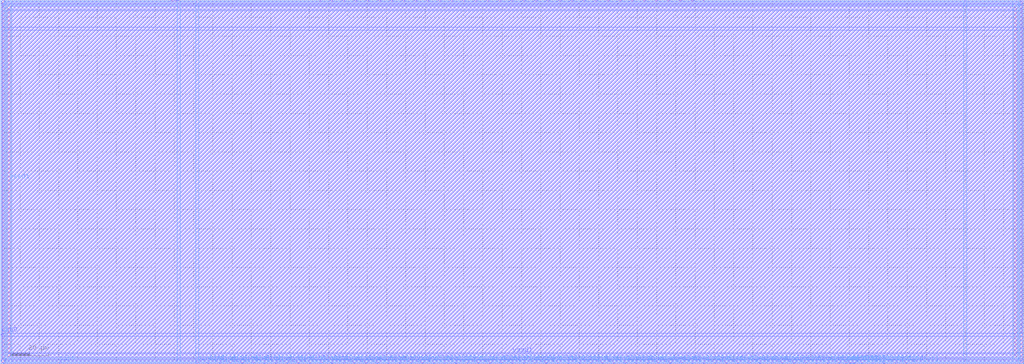
<source format=lef>
VERSION 5.4 ;
NAMESCASESENSITIVE ON ;
BUSBITCHARS "[]" ;
DIVIDERCHAR "/" ;
UNITS
  DATABASE MICRONS 1000 ;
END UNITS
MACRO icache_data_ram
   CLASS BLOCK ;
   SIZE 530.42 BY 188.98 ;
   SYMMETRY X Y R90 ;
   PIN din0[0]
      DIRECTION INPUT ;
      PORT
         LAYER met4 ;
         RECT  101.62 0.0 102.0 0.38 ;
      END
   END din0[0]
   PIN din0[1]
      DIRECTION INPUT ;
      PORT
         LAYER met4 ;
         RECT  107.46 0.0 107.84 0.38 ;
      END
   END din0[1]
   PIN din0[2]
      DIRECTION INPUT ;
      PORT
         LAYER met4 ;
         RECT  113.3 0.0 113.68 0.38 ;
      END
   END din0[2]
   PIN din0[3]
      DIRECTION INPUT ;
      PORT
         LAYER met4 ;
         RECT  119.14 0.0 119.52 0.38 ;
      END
   END din0[3]
   PIN din0[4]
      DIRECTION INPUT ;
      PORT
         LAYER met4 ;
         RECT  124.98 0.0 125.36 0.38 ;
      END
   END din0[4]
   PIN din0[5]
      DIRECTION INPUT ;
      PORT
         LAYER met4 ;
         RECT  130.82 0.0 131.2 0.38 ;
      END
   END din0[5]
   PIN din0[6]
      DIRECTION INPUT ;
      PORT
         LAYER met4 ;
         RECT  136.66 0.0 137.04 0.38 ;
      END
   END din0[6]
   PIN din0[7]
      DIRECTION INPUT ;
      PORT
         LAYER met4 ;
         RECT  142.5 0.0 142.88 0.38 ;
      END
   END din0[7]
   PIN din0[8]
      DIRECTION INPUT ;
      PORT
         LAYER met4 ;
         RECT  148.34 0.0 148.72 0.38 ;
      END
   END din0[8]
   PIN din0[9]
      DIRECTION INPUT ;
      PORT
         LAYER met4 ;
         RECT  154.18 0.0 154.56 0.38 ;
      END
   END din0[9]
   PIN din0[10]
      DIRECTION INPUT ;
      PORT
         LAYER met4 ;
         RECT  160.02 0.0 160.4 0.38 ;
      END
   END din0[10]
   PIN din0[11]
      DIRECTION INPUT ;
      PORT
         LAYER met4 ;
         RECT  165.86 0.0 166.24 0.38 ;
      END
   END din0[11]
   PIN din0[12]
      DIRECTION INPUT ;
      PORT
         LAYER met4 ;
         RECT  171.7 0.0 172.08 0.38 ;
      END
   END din0[12]
   PIN din0[13]
      DIRECTION INPUT ;
      PORT
         LAYER met4 ;
         RECT  177.54 0.0 177.92 0.38 ;
      END
   END din0[13]
   PIN din0[14]
      DIRECTION INPUT ;
      PORT
         LAYER met4 ;
         RECT  183.38 0.0 183.76 0.38 ;
      END
   END din0[14]
   PIN din0[15]
      DIRECTION INPUT ;
      PORT
         LAYER met4 ;
         RECT  189.22 0.0 189.6 0.38 ;
      END
   END din0[15]
   PIN din0[16]
      DIRECTION INPUT ;
      PORT
         LAYER met4 ;
         RECT  195.06 0.0 195.44 0.38 ;
      END
   END din0[16]
   PIN din0[17]
      DIRECTION INPUT ;
      PORT
         LAYER met4 ;
         RECT  200.9 0.0 201.28 0.38 ;
      END
   END din0[17]
   PIN din0[18]
      DIRECTION INPUT ;
      PORT
         LAYER met4 ;
         RECT  206.74 0.0 207.12 0.38 ;
      END
   END din0[18]
   PIN din0[19]
      DIRECTION INPUT ;
      PORT
         LAYER met4 ;
         RECT  212.58 0.0 212.96 0.38 ;
      END
   END din0[19]
   PIN din0[20]
      DIRECTION INPUT ;
      PORT
         LAYER met4 ;
         RECT  218.42 0.0 218.8 0.38 ;
      END
   END din0[20]
   PIN din0[21]
      DIRECTION INPUT ;
      PORT
         LAYER met4 ;
         RECT  224.26 0.0 224.64 0.38 ;
      END
   END din0[21]
   PIN din0[22]
      DIRECTION INPUT ;
      PORT
         LAYER met4 ;
         RECT  230.1 0.0 230.48 0.38 ;
      END
   END din0[22]
   PIN din0[23]
      DIRECTION INPUT ;
      PORT
         LAYER met4 ;
         RECT  235.94 0.0 236.32 0.38 ;
      END
   END din0[23]
   PIN din0[24]
      DIRECTION INPUT ;
      PORT
         LAYER met4 ;
         RECT  241.78 0.0 242.16 0.38 ;
      END
   END din0[24]
   PIN din0[25]
      DIRECTION INPUT ;
      PORT
         LAYER met4 ;
         RECT  247.62 0.0 248.0 0.38 ;
      END
   END din0[25]
   PIN din0[26]
      DIRECTION INPUT ;
      PORT
         LAYER met4 ;
         RECT  253.46 0.0 253.84 0.38 ;
      END
   END din0[26]
   PIN din0[27]
      DIRECTION INPUT ;
      PORT
         LAYER met4 ;
         RECT  259.3 0.0 259.68 0.38 ;
      END
   END din0[27]
   PIN din0[28]
      DIRECTION INPUT ;
      PORT
         LAYER met4 ;
         RECT  265.14 0.0 265.52 0.38 ;
      END
   END din0[28]
   PIN din0[29]
      DIRECTION INPUT ;
      PORT
         LAYER met4 ;
         RECT  270.98 0.0 271.36 0.38 ;
      END
   END din0[29]
   PIN din0[30]
      DIRECTION INPUT ;
      PORT
         LAYER met4 ;
         RECT  276.82 0.0 277.2 0.38 ;
      END
   END din0[30]
   PIN din0[31]
      DIRECTION INPUT ;
      PORT
         LAYER met4 ;
         RECT  282.66 0.0 283.04 0.38 ;
      END
   END din0[31]
   PIN din0[32]
      DIRECTION INPUT ;
      PORT
         LAYER met4 ;
         RECT  288.5 0.0 288.88 0.38 ;
      END
   END din0[32]
   PIN din0[33]
      DIRECTION INPUT ;
      PORT
         LAYER met4 ;
         RECT  294.34 0.0 294.72 0.38 ;
      END
   END din0[33]
   PIN din0[34]
      DIRECTION INPUT ;
      PORT
         LAYER met4 ;
         RECT  300.18 0.0 300.56 0.38 ;
      END
   END din0[34]
   PIN din0[35]
      DIRECTION INPUT ;
      PORT
         LAYER met4 ;
         RECT  306.02 0.0 306.4 0.38 ;
      END
   END din0[35]
   PIN din0[36]
      DIRECTION INPUT ;
      PORT
         LAYER met4 ;
         RECT  311.86 0.0 312.24 0.38 ;
      END
   END din0[36]
   PIN din0[37]
      DIRECTION INPUT ;
      PORT
         LAYER met4 ;
         RECT  317.7 0.0 318.08 0.38 ;
      END
   END din0[37]
   PIN din0[38]
      DIRECTION INPUT ;
      PORT
         LAYER met4 ;
         RECT  323.54 0.0 323.92 0.38 ;
      END
   END din0[38]
   PIN din0[39]
      DIRECTION INPUT ;
      PORT
         LAYER met4 ;
         RECT  329.38 0.0 329.76 0.38 ;
      END
   END din0[39]
   PIN din0[40]
      DIRECTION INPUT ;
      PORT
         LAYER met4 ;
         RECT  335.22 0.0 335.6 0.38 ;
      END
   END din0[40]
   PIN din0[41]
      DIRECTION INPUT ;
      PORT
         LAYER met4 ;
         RECT  341.06 0.0 341.44 0.38 ;
      END
   END din0[41]
   PIN din0[42]
      DIRECTION INPUT ;
      PORT
         LAYER met4 ;
         RECT  346.9 0.0 347.28 0.38 ;
      END
   END din0[42]
   PIN din0[43]
      DIRECTION INPUT ;
      PORT
         LAYER met4 ;
         RECT  352.74 0.0 353.12 0.38 ;
      END
   END din0[43]
   PIN din0[44]
      DIRECTION INPUT ;
      PORT
         LAYER met4 ;
         RECT  358.58 0.0 358.96 0.38 ;
      END
   END din0[44]
   PIN din0[45]
      DIRECTION INPUT ;
      PORT
         LAYER met4 ;
         RECT  364.42 0.0 364.8 0.38 ;
      END
   END din0[45]
   PIN din0[46]
      DIRECTION INPUT ;
      PORT
         LAYER met4 ;
         RECT  370.26 0.0 370.64 0.38 ;
      END
   END din0[46]
   PIN din0[47]
      DIRECTION INPUT ;
      PORT
         LAYER met4 ;
         RECT  376.1 0.0 376.48 0.38 ;
      END
   END din0[47]
   PIN din0[48]
      DIRECTION INPUT ;
      PORT
         LAYER met4 ;
         RECT  381.94 0.0 382.32 0.38 ;
      END
   END din0[48]
   PIN din0[49]
      DIRECTION INPUT ;
      PORT
         LAYER met4 ;
         RECT  387.78 0.0 388.16 0.38 ;
      END
   END din0[49]
   PIN din0[50]
      DIRECTION INPUT ;
      PORT
         LAYER met4 ;
         RECT  393.62 0.0 394.0 0.38 ;
      END
   END din0[50]
   PIN din0[51]
      DIRECTION INPUT ;
      PORT
         LAYER met4 ;
         RECT  399.46 0.0 399.84 0.38 ;
      END
   END din0[51]
   PIN din0[52]
      DIRECTION INPUT ;
      PORT
         LAYER met4 ;
         RECT  405.3 0.0 405.68 0.38 ;
      END
   END din0[52]
   PIN din0[53]
      DIRECTION INPUT ;
      PORT
         LAYER met4 ;
         RECT  411.14 0.0 411.52 0.38 ;
      END
   END din0[53]
   PIN din0[54]
      DIRECTION INPUT ;
      PORT
         LAYER met4 ;
         RECT  416.98 0.0 417.36 0.38 ;
      END
   END din0[54]
   PIN din0[55]
      DIRECTION INPUT ;
      PORT
         LAYER met4 ;
         RECT  422.82 0.0 423.2 0.38 ;
      END
   END din0[55]
   PIN din0[56]
      DIRECTION INPUT ;
      PORT
         LAYER met4 ;
         RECT  428.66 0.0 429.04 0.38 ;
      END
   END din0[56]
   PIN din0[57]
      DIRECTION INPUT ;
      PORT
         LAYER met4 ;
         RECT  434.5 0.0 434.88 0.38 ;
      END
   END din0[57]
   PIN din0[58]
      DIRECTION INPUT ;
      PORT
         LAYER met4 ;
         RECT  440.34 0.0 440.72 0.38 ;
      END
   END din0[58]
   PIN din0[59]
      DIRECTION INPUT ;
      PORT
         LAYER met4 ;
         RECT  446.18 0.0 446.56 0.38 ;
      END
   END din0[59]
   PIN din0[60]
      DIRECTION INPUT ;
      PORT
         LAYER met4 ;
         RECT  452.02 0.0 452.4 0.38 ;
      END
   END din0[60]
   PIN din0[61]
      DIRECTION INPUT ;
      PORT
         LAYER met4 ;
         RECT  457.86 0.0 458.24 0.38 ;
      END
   END din0[61]
   PIN din0[62]
      DIRECTION INPUT ;
      PORT
         LAYER met4 ;
         RECT  463.7 0.0 464.08 0.38 ;
      END
   END din0[62]
   PIN din0[63]
      DIRECTION INPUT ;
      PORT
         LAYER met4 ;
         RECT  469.54 0.0 469.92 0.38 ;
      END
   END din0[63]
   PIN addr0[0]
      DIRECTION INPUT ;
      PORT
         LAYER met4 ;
         RECT  92.065 188.6 92.445 188.98 ;
      END
   END addr0[0]
   PIN addr0[1]
      DIRECTION INPUT ;
      PORT
         LAYER met4 ;
         RECT  88.4 188.6 88.78 188.98 ;
      END
   END addr0[1]
   PIN addr0[2]
      DIRECTION INPUT ;
      PORT
         LAYER met4 ;
         RECT  91.375 188.6 91.755 188.98 ;
      END
   END addr0[2]
   PIN addr0[3]
      DIRECTION INPUT ;
      PORT
         LAYER met4 ;
         RECT  90.685 188.6 91.065 188.98 ;
      END
   END addr0[3]
   PIN addr0[4]
      DIRECTION INPUT ;
      PORT
         LAYER met4 ;
         RECT  89.94 188.6 90.32 188.98 ;
      END
   END addr0[4]
   PIN addr1[0]
      DIRECTION INPUT ;
      PORT
         LAYER met4 ;
         RECT  437.845 0.0 438.225 0.38 ;
      END
   END addr1[0]
   PIN addr1[1]
      DIRECTION INPUT ;
      PORT
         LAYER met4 ;
         RECT  442.33 0.0 442.71 0.38 ;
      END
   END addr1[1]
   PIN addr1[2]
      DIRECTION INPUT ;
      PORT
         LAYER met4 ;
         RECT  438.535 0.0 438.915 0.38 ;
      END
   END addr1[2]
   PIN addr1[3]
      DIRECTION INPUT ;
      PORT
         LAYER met4 ;
         RECT  441.64 0.0 442.02 0.38 ;
      END
   END addr1[3]
   PIN addr1[4]
      DIRECTION INPUT ;
      PORT
         LAYER met4 ;
         RECT  440.26 0.0 440.64 0.38 ;
      END
   END addr1[4]
   PIN csb0
      DIRECTION INPUT ;
      PORT
         LAYER met3 ;
         RECT  0.0 14.87 0.38 15.25 ;
      END
   END csb0
   PIN csb1
      DIRECTION INPUT ;
      PORT
         LAYER met3 ;
         RECT  530.04 173.73 530.42 174.11 ;
      END
   END csb1
   PIN clk0
      DIRECTION INPUT ;
      PORT
         LAYER met4 ;
         RECT  30.26 0.0 30.64 0.38 ;
      END
   END clk0
   PIN clk1
      DIRECTION INPUT ;
      PORT
         LAYER met4 ;
         RECT  499.78 188.6 500.16 188.98 ;
      END
   END clk1
   PIN dout1[0]
      DIRECTION OUTPUT ;
      PORT
         LAYER met4 ;
         RECT  165.605 188.6 165.985 188.98 ;
      END
   END dout1[0]
   PIN dout1[1]
      DIRECTION OUTPUT ;
      PORT
         LAYER met4 ;
         RECT  170.575 188.6 170.955 188.98 ;
      END
   END dout1[1]
   PIN dout1[2]
      DIRECTION OUTPUT ;
      PORT
         LAYER met4 ;
         RECT  171.845 188.6 172.225 188.98 ;
      END
   END dout1[2]
   PIN dout1[3]
      DIRECTION OUTPUT ;
      PORT
         LAYER met4 ;
         RECT  176.815 188.6 177.195 188.98 ;
      END
   END dout1[3]
   PIN dout1[4]
      DIRECTION OUTPUT ;
      PORT
         LAYER met4 ;
         RECT  178.085 188.6 178.465 188.98 ;
      END
   END dout1[4]
   PIN dout1[5]
      DIRECTION OUTPUT ;
      PORT
         LAYER met4 ;
         RECT  183.055 188.6 183.435 188.98 ;
      END
   END dout1[5]
   PIN dout1[6]
      DIRECTION OUTPUT ;
      PORT
         LAYER met4 ;
         RECT  184.325 188.6 184.705 188.98 ;
      END
   END dout1[6]
   PIN dout1[7]
      DIRECTION OUTPUT ;
      PORT
         LAYER met4 ;
         RECT  189.295 188.6 189.675 188.98 ;
      END
   END dout1[7]
   PIN dout1[8]
      DIRECTION OUTPUT ;
      PORT
         LAYER met4 ;
         RECT  190.565 188.6 190.945 188.98 ;
      END
   END dout1[8]
   PIN dout1[9]
      DIRECTION OUTPUT ;
      PORT
         LAYER met4 ;
         RECT  195.535 188.6 195.915 188.98 ;
      END
   END dout1[9]
   PIN dout1[10]
      DIRECTION OUTPUT ;
      PORT
         LAYER met4 ;
         RECT  196.805 188.6 197.185 188.98 ;
      END
   END dout1[10]
   PIN dout1[11]
      DIRECTION OUTPUT ;
      PORT
         LAYER met4 ;
         RECT  201.775 188.6 202.155 188.98 ;
      END
   END dout1[11]
   PIN dout1[12]
      DIRECTION OUTPUT ;
      PORT
         LAYER met4 ;
         RECT  203.045 188.6 203.425 188.98 ;
      END
   END dout1[12]
   PIN dout1[13]
      DIRECTION OUTPUT ;
      PORT
         LAYER met4 ;
         RECT  208.015 188.6 208.395 188.98 ;
      END
   END dout1[13]
   PIN dout1[14]
      DIRECTION OUTPUT ;
      PORT
         LAYER met4 ;
         RECT  209.285 188.6 209.665 188.98 ;
      END
   END dout1[14]
   PIN dout1[15]
      DIRECTION OUTPUT ;
      PORT
         LAYER met4 ;
         RECT  214.255 188.6 214.635 188.98 ;
      END
   END dout1[15]
   PIN dout1[16]
      DIRECTION OUTPUT ;
      PORT
         LAYER met4 ;
         RECT  215.525 188.6 215.905 188.98 ;
      END
   END dout1[16]
   PIN dout1[17]
      DIRECTION OUTPUT ;
      PORT
         LAYER met4 ;
         RECT  220.495 188.6 220.875 188.98 ;
      END
   END dout1[17]
   PIN dout1[18]
      DIRECTION OUTPUT ;
      PORT
         LAYER met4 ;
         RECT  221.765 188.6 222.145 188.98 ;
      END
   END dout1[18]
   PIN dout1[19]
      DIRECTION OUTPUT ;
      PORT
         LAYER met4 ;
         RECT  226.735 188.6 227.115 188.98 ;
      END
   END dout1[19]
   PIN dout1[20]
      DIRECTION OUTPUT ;
      PORT
         LAYER met4 ;
         RECT  228.005 188.6 228.385 188.98 ;
      END
   END dout1[20]
   PIN dout1[21]
      DIRECTION OUTPUT ;
      PORT
         LAYER met4 ;
         RECT  232.975 188.6 233.355 188.98 ;
      END
   END dout1[21]
   PIN dout1[22]
      DIRECTION OUTPUT ;
      PORT
         LAYER met4 ;
         RECT  234.245 188.6 234.625 188.98 ;
      END
   END dout1[22]
   PIN dout1[23]
      DIRECTION OUTPUT ;
      PORT
         LAYER met4 ;
         RECT  239.215 188.6 239.595 188.98 ;
      END
   END dout1[23]
   PIN dout1[24]
      DIRECTION OUTPUT ;
      PORT
         LAYER met4 ;
         RECT  240.485 188.6 240.865 188.98 ;
      END
   END dout1[24]
   PIN dout1[25]
      DIRECTION OUTPUT ;
      PORT
         LAYER met4 ;
         RECT  245.455 188.6 245.835 188.98 ;
      END
   END dout1[25]
   PIN dout1[26]
      DIRECTION OUTPUT ;
      PORT
         LAYER met4 ;
         RECT  246.725 188.6 247.105 188.98 ;
      END
   END dout1[26]
   PIN dout1[27]
      DIRECTION OUTPUT ;
      PORT
         LAYER met4 ;
         RECT  251.695 188.6 252.075 188.98 ;
      END
   END dout1[27]
   PIN dout1[28]
      DIRECTION OUTPUT ;
      PORT
         LAYER met4 ;
         RECT  252.965 188.6 253.345 188.98 ;
      END
   END dout1[28]
   PIN dout1[29]
      DIRECTION OUTPUT ;
      PORT
         LAYER met4 ;
         RECT  257.935 188.6 258.315 188.98 ;
      END
   END dout1[29]
   PIN dout1[30]
      DIRECTION OUTPUT ;
      PORT
         LAYER met4 ;
         RECT  259.205 188.6 259.585 188.98 ;
      END
   END dout1[30]
   PIN dout1[31]
      DIRECTION OUTPUT ;
      PORT
         LAYER met4 ;
         RECT  264.175 188.6 264.555 188.98 ;
      END
   END dout1[31]
   PIN dout1[32]
      DIRECTION OUTPUT ;
      PORT
         LAYER met4 ;
         RECT  265.445 188.6 265.825 188.98 ;
      END
   END dout1[32]
   PIN dout1[33]
      DIRECTION OUTPUT ;
      PORT
         LAYER met4 ;
         RECT  270.415 188.6 270.795 188.98 ;
      END
   END dout1[33]
   PIN dout1[34]
      DIRECTION OUTPUT ;
      PORT
         LAYER met4 ;
         RECT  271.685 188.6 272.065 188.98 ;
      END
   END dout1[34]
   PIN dout1[35]
      DIRECTION OUTPUT ;
      PORT
         LAYER met4 ;
         RECT  276.655 188.6 277.035 188.98 ;
      END
   END dout1[35]
   PIN dout1[36]
      DIRECTION OUTPUT ;
      PORT
         LAYER met4 ;
         RECT  277.925 188.6 278.305 188.98 ;
      END
   END dout1[36]
   PIN dout1[37]
      DIRECTION OUTPUT ;
      PORT
         LAYER met4 ;
         RECT  282.895 188.6 283.275 188.98 ;
      END
   END dout1[37]
   PIN dout1[38]
      DIRECTION OUTPUT ;
      PORT
         LAYER met4 ;
         RECT  284.165 188.6 284.545 188.98 ;
      END
   END dout1[38]
   PIN dout1[39]
      DIRECTION OUTPUT ;
      PORT
         LAYER met4 ;
         RECT  289.135 188.6 289.515 188.98 ;
      END
   END dout1[39]
   PIN dout1[40]
      DIRECTION OUTPUT ;
      PORT
         LAYER met4 ;
         RECT  290.405 188.6 290.785 188.98 ;
      END
   END dout1[40]
   PIN dout1[41]
      DIRECTION OUTPUT ;
      PORT
         LAYER met4 ;
         RECT  295.375 188.6 295.755 188.98 ;
      END
   END dout1[41]
   PIN dout1[42]
      DIRECTION OUTPUT ;
      PORT
         LAYER met4 ;
         RECT  296.645 188.6 297.025 188.98 ;
      END
   END dout1[42]
   PIN dout1[43]
      DIRECTION OUTPUT ;
      PORT
         LAYER met4 ;
         RECT  301.615 188.6 301.995 188.98 ;
      END
   END dout1[43]
   PIN dout1[44]
      DIRECTION OUTPUT ;
      PORT
         LAYER met4 ;
         RECT  302.885 188.6 303.265 188.98 ;
      END
   END dout1[44]
   PIN dout1[45]
      DIRECTION OUTPUT ;
      PORT
         LAYER met4 ;
         RECT  307.855 188.6 308.235 188.98 ;
      END
   END dout1[45]
   PIN dout1[46]
      DIRECTION OUTPUT ;
      PORT
         LAYER met4 ;
         RECT  309.125 188.6 309.505 188.98 ;
      END
   END dout1[46]
   PIN dout1[47]
      DIRECTION OUTPUT ;
      PORT
         LAYER met4 ;
         RECT  314.095 188.6 314.475 188.98 ;
      END
   END dout1[47]
   PIN dout1[48]
      DIRECTION OUTPUT ;
      PORT
         LAYER met4 ;
         RECT  315.365 188.6 315.745 188.98 ;
      END
   END dout1[48]
   PIN dout1[49]
      DIRECTION OUTPUT ;
      PORT
         LAYER met4 ;
         RECT  320.335 188.6 320.715 188.98 ;
      END
   END dout1[49]
   PIN dout1[50]
      DIRECTION OUTPUT ;
      PORT
         LAYER met4 ;
         RECT  321.605 188.6 321.985 188.98 ;
      END
   END dout1[50]
   PIN dout1[51]
      DIRECTION OUTPUT ;
      PORT
         LAYER met4 ;
         RECT  326.575 188.6 326.955 188.98 ;
      END
   END dout1[51]
   PIN dout1[52]
      DIRECTION OUTPUT ;
      PORT
         LAYER met4 ;
         RECT  327.845 188.6 328.225 188.98 ;
      END
   END dout1[52]
   PIN dout1[53]
      DIRECTION OUTPUT ;
      PORT
         LAYER met4 ;
         RECT  332.815 188.6 333.195 188.98 ;
      END
   END dout1[53]
   PIN dout1[54]
      DIRECTION OUTPUT ;
      PORT
         LAYER met4 ;
         RECT  334.085 188.6 334.465 188.98 ;
      END
   END dout1[54]
   PIN dout1[55]
      DIRECTION OUTPUT ;
      PORT
         LAYER met4 ;
         RECT  339.055 188.6 339.435 188.98 ;
      END
   END dout1[55]
   PIN dout1[56]
      DIRECTION OUTPUT ;
      PORT
         LAYER met4 ;
         RECT  340.325 188.6 340.705 188.98 ;
      END
   END dout1[56]
   PIN dout1[57]
      DIRECTION OUTPUT ;
      PORT
         LAYER met4 ;
         RECT  345.295 188.6 345.675 188.98 ;
      END
   END dout1[57]
   PIN dout1[58]
      DIRECTION OUTPUT ;
      PORT
         LAYER met4 ;
         RECT  346.565 188.6 346.945 188.98 ;
      END
   END dout1[58]
   PIN dout1[59]
      DIRECTION OUTPUT ;
      PORT
         LAYER met4 ;
         RECT  351.535 188.6 351.915 188.98 ;
      END
   END dout1[59]
   PIN dout1[60]
      DIRECTION OUTPUT ;
      PORT
         LAYER met4 ;
         RECT  352.805 188.6 353.185 188.98 ;
      END
   END dout1[60]
   PIN dout1[61]
      DIRECTION OUTPUT ;
      PORT
         LAYER met4 ;
         RECT  357.775 188.6 358.155 188.98 ;
      END
   END dout1[61]
   PIN dout1[62]
      DIRECTION OUTPUT ;
      PORT
         LAYER met4 ;
         RECT  359.045 188.6 359.425 188.98 ;
      END
   END dout1[62]
   PIN dout1[63]
      DIRECTION OUTPUT ;
      PORT
         LAYER met4 ;
         RECT  364.015 188.6 364.395 188.98 ;
      END
   END dout1[63]
   PIN vccd1
      DIRECTION INOUT ;
      USE POWER ; 
      SHAPE ABUTMENT ; 
      PORT
         LAYER met4 ;
         RECT  0.0 0.0 1.74 188.98 ;
         LAYER met3 ;
         RECT  0.0 0.0 530.42 1.74 ;
         LAYER met3 ;
         RECT  0.0 187.24 530.42 188.98 ;
         LAYER met4 ;
         RECT  528.68 0.0 530.42 188.98 ;
      END
   END vccd1
   PIN vssd1
      DIRECTION INOUT ;
      USE GROUND ; 
      SHAPE ABUTMENT ; 
      PORT
         LAYER met4 ;
         RECT  525.2 3.48 526.94 185.5 ;
         LAYER met3 ;
         RECT  3.48 183.76 526.94 185.5 ;
         LAYER met3 ;
         RECT  3.48 3.48 526.94 5.22 ;
         LAYER met4 ;
         RECT  3.48 3.48 5.22 185.5 ;
      END
   END vssd1
   OBS
   LAYER  met1 ;
      RECT  0.62 0.62 529.8 188.36 ;
   LAYER  met2 ;
      RECT  0.62 0.62 529.8 188.36 ;
   LAYER  met3 ;
      RECT  0.98 14.27 529.8 15.85 ;
      RECT  0.98 15.85 529.44 173.13 ;
      RECT  0.98 173.13 529.44 174.71 ;
      RECT  529.44 15.85 529.8 173.13 ;
      RECT  0.62 2.34 0.98 14.27 ;
      RECT  0.62 15.85 0.98 186.64 ;
      RECT  529.44 174.71 529.8 186.64 ;
      RECT  0.98 174.71 2.88 183.16 ;
      RECT  0.98 183.16 2.88 186.1 ;
      RECT  0.98 186.1 2.88 186.64 ;
      RECT  2.88 174.71 527.54 183.16 ;
      RECT  2.88 186.1 527.54 186.64 ;
      RECT  527.54 174.71 529.44 183.16 ;
      RECT  527.54 183.16 529.44 186.1 ;
      RECT  527.54 186.1 529.44 186.64 ;
      RECT  0.98 2.34 2.88 2.88 ;
      RECT  0.98 2.88 2.88 5.82 ;
      RECT  0.98 5.82 2.88 14.27 ;
      RECT  2.88 2.34 527.54 2.88 ;
      RECT  2.88 5.82 527.54 14.27 ;
      RECT  527.54 2.34 529.8 2.88 ;
      RECT  527.54 2.88 529.8 5.82 ;
      RECT  527.54 5.82 529.8 14.27 ;
   LAYER  met4 ;
      RECT  101.02 0.98 102.6 188.36 ;
      RECT  102.6 0.62 106.86 0.98 ;
      RECT  108.44 0.62 112.7 0.98 ;
      RECT  114.28 0.62 118.54 0.98 ;
      RECT  120.12 0.62 124.38 0.98 ;
      RECT  125.96 0.62 130.22 0.98 ;
      RECT  131.8 0.62 136.06 0.98 ;
      RECT  137.64 0.62 141.9 0.98 ;
      RECT  143.48 0.62 147.74 0.98 ;
      RECT  149.32 0.62 153.58 0.98 ;
      RECT  155.16 0.62 159.42 0.98 ;
      RECT  161.0 0.62 165.26 0.98 ;
      RECT  166.84 0.62 171.1 0.98 ;
      RECT  172.68 0.62 176.94 0.98 ;
      RECT  178.52 0.62 182.78 0.98 ;
      RECT  184.36 0.62 188.62 0.98 ;
      RECT  190.2 0.62 194.46 0.98 ;
      RECT  196.04 0.62 200.3 0.98 ;
      RECT  201.88 0.62 206.14 0.98 ;
      RECT  207.72 0.62 211.98 0.98 ;
      RECT  213.56 0.62 217.82 0.98 ;
      RECT  219.4 0.62 223.66 0.98 ;
      RECT  225.24 0.62 229.5 0.98 ;
      RECT  231.08 0.62 235.34 0.98 ;
      RECT  236.92 0.62 241.18 0.98 ;
      RECT  242.76 0.62 247.02 0.98 ;
      RECT  248.6 0.62 252.86 0.98 ;
      RECT  254.44 0.62 258.7 0.98 ;
      RECT  260.28 0.62 264.54 0.98 ;
      RECT  266.12 0.62 270.38 0.98 ;
      RECT  271.96 0.62 276.22 0.98 ;
      RECT  277.8 0.62 282.06 0.98 ;
      RECT  283.64 0.62 287.9 0.98 ;
      RECT  289.48 0.62 293.74 0.98 ;
      RECT  295.32 0.62 299.58 0.98 ;
      RECT  301.16 0.62 305.42 0.98 ;
      RECT  307.0 0.62 311.26 0.98 ;
      RECT  312.84 0.62 317.1 0.98 ;
      RECT  318.68 0.62 322.94 0.98 ;
      RECT  324.52 0.62 328.78 0.98 ;
      RECT  330.36 0.62 334.62 0.98 ;
      RECT  336.2 0.62 340.46 0.98 ;
      RECT  342.04 0.62 346.3 0.98 ;
      RECT  347.88 0.62 352.14 0.98 ;
      RECT  353.72 0.62 357.98 0.98 ;
      RECT  359.56 0.62 363.82 0.98 ;
      RECT  365.4 0.62 369.66 0.98 ;
      RECT  371.24 0.62 375.5 0.98 ;
      RECT  377.08 0.62 381.34 0.98 ;
      RECT  382.92 0.62 387.18 0.98 ;
      RECT  388.76 0.62 393.02 0.98 ;
      RECT  394.6 0.62 398.86 0.98 ;
      RECT  400.44 0.62 404.7 0.98 ;
      RECT  406.28 0.62 410.54 0.98 ;
      RECT  412.12 0.62 416.38 0.98 ;
      RECT  417.96 0.62 422.22 0.98 ;
      RECT  423.8 0.62 428.06 0.98 ;
      RECT  429.64 0.62 433.9 0.98 ;
      RECT  447.16 0.62 451.42 0.98 ;
      RECT  453.0 0.62 457.26 0.98 ;
      RECT  458.84 0.62 463.1 0.98 ;
      RECT  464.68 0.62 468.94 0.98 ;
      RECT  91.465 0.98 93.045 188.0 ;
      RECT  93.045 0.98 101.02 188.0 ;
      RECT  93.045 188.0 101.02 188.36 ;
      RECT  435.48 0.62 437.245 0.98 ;
      RECT  443.31 0.62 445.58 0.98 ;
      RECT  439.515 0.62 439.66 0.98 ;
      RECT  31.24 0.62 101.02 0.98 ;
      RECT  102.6 0.98 499.18 188.0 ;
      RECT  499.18 0.98 500.76 188.0 ;
      RECT  102.6 188.0 165.005 188.36 ;
      RECT  166.585 188.0 169.975 188.36 ;
      RECT  172.825 188.0 176.215 188.36 ;
      RECT  179.065 188.0 182.455 188.36 ;
      RECT  185.305 188.0 188.695 188.36 ;
      RECT  191.545 188.0 194.935 188.36 ;
      RECT  197.785 188.0 201.175 188.36 ;
      RECT  204.025 188.0 207.415 188.36 ;
      RECT  210.265 188.0 213.655 188.36 ;
      RECT  216.505 188.0 219.895 188.36 ;
      RECT  222.745 188.0 226.135 188.36 ;
      RECT  228.985 188.0 232.375 188.36 ;
      RECT  235.225 188.0 238.615 188.36 ;
      RECT  241.465 188.0 244.855 188.36 ;
      RECT  247.705 188.0 251.095 188.36 ;
      RECT  253.945 188.0 257.335 188.36 ;
      RECT  260.185 188.0 263.575 188.36 ;
      RECT  266.425 188.0 269.815 188.36 ;
      RECT  272.665 188.0 276.055 188.36 ;
      RECT  278.905 188.0 282.295 188.36 ;
      RECT  285.145 188.0 288.535 188.36 ;
      RECT  291.385 188.0 294.775 188.36 ;
      RECT  297.625 188.0 301.015 188.36 ;
      RECT  303.865 188.0 307.255 188.36 ;
      RECT  310.105 188.0 313.495 188.36 ;
      RECT  316.345 188.0 319.735 188.36 ;
      RECT  322.585 188.0 325.975 188.36 ;
      RECT  328.825 188.0 332.215 188.36 ;
      RECT  335.065 188.0 338.455 188.36 ;
      RECT  341.305 188.0 344.695 188.36 ;
      RECT  347.545 188.0 350.935 188.36 ;
      RECT  353.785 188.0 357.175 188.36 ;
      RECT  360.025 188.0 363.415 188.36 ;
      RECT  364.995 188.0 499.18 188.36 ;
      RECT  2.34 188.0 87.8 188.36 ;
      RECT  2.34 0.62 29.66 0.98 ;
      RECT  470.52 0.62 528.08 0.98 ;
      RECT  500.76 188.0 528.08 188.36 ;
      RECT  500.76 0.98 524.6 2.88 ;
      RECT  500.76 2.88 524.6 186.1 ;
      RECT  500.76 186.1 524.6 188.0 ;
      RECT  524.6 0.98 527.54 2.88 ;
      RECT  524.6 186.1 527.54 188.0 ;
      RECT  527.54 0.98 528.08 2.88 ;
      RECT  527.54 2.88 528.08 186.1 ;
      RECT  527.54 186.1 528.08 188.0 ;
      RECT  2.34 0.98 2.88 2.88 ;
      RECT  2.34 2.88 2.88 186.1 ;
      RECT  2.34 186.1 2.88 188.0 ;
      RECT  2.88 0.98 5.82 2.88 ;
      RECT  2.88 186.1 5.82 188.0 ;
      RECT  5.82 0.98 91.465 2.88 ;
      RECT  5.82 2.88 91.465 186.1 ;
      RECT  5.82 186.1 91.465 188.0 ;
   END
END    icache_data_ram
END    LIBRARY

</source>
